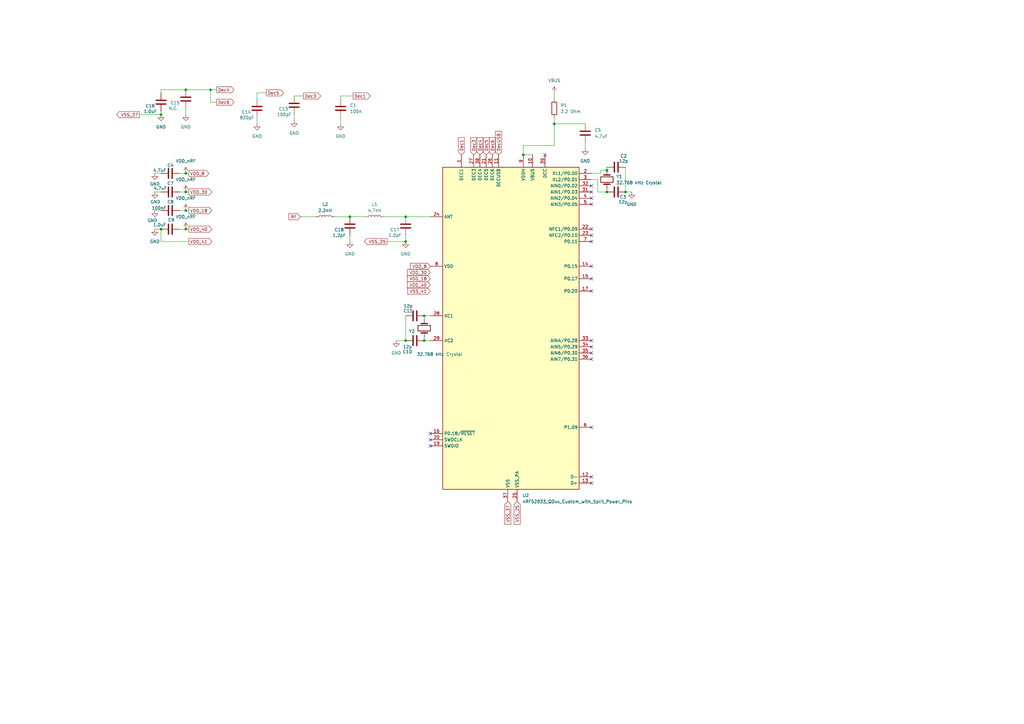
<source format=kicad_sch>
(kicad_sch (version 20250114) (generator "eeschema") (generator_version "9.0")
  (paper "A3")
  (lib_symbols
    (symbol "Capstone Library:nRF52833_QDxx_Custom_with_Split_Power_Pins"
      (property "Reference" "U" (at 0 5.08 0))
      (property "Value" "nRF52833_QDxx_Custom_with_Split_Power_Pins" (at 0 2.54 0))
      (symbol "nRF52833_QDxx_Custom_with_Split_Power_Pins_0_1"
        (rectangle (start -27.94 66.04) (end 27.94 -66.04) (stroke (width 0.254)) (fill (type background)))
      )
      (symbol "nRF52833_QDxx_Custom_with_Split_Power_Pins_1_1"
        (pin passive line (at -33.02 45.72 0) (length 5.08) (name "ANT") (number "24"))
        (pin power_in line (at -33.02 25.4 0) (length 5.08) (name "VDD") (number "8"))
        (pin passive line (at -33.02 22.86 0) (length 5.08) (hide yes) (name "VDD") (number "30"))
        (pin passive line (at -33.02 20.32 0) (length 5.08) (hide yes) (name "VDD") (number "18"))
        (pin passive line (at -33.02 17.78 0) (length 5.08) (hide yes) (name "VDD") (number "40"))
        (pin passive line (at -33.02 15.24 0) (length 5.08) (hide yes) (name "VSS") (number "41"))
        (pin input line (at -33.02 5.08 0) (length 5.08) (name "XC1") (number "28"))
        (pin input line (at -33.02 -5.08 0) (length 5.08) (name "XC2") (number "29"))
        (pin bidirectional line (at -33.02 -43.18 0) (length 5.08) (name "P0.18/~{RESET}") (number "16"))
        (pin input line (at -33.02 -45.72 0) (length 5.08) (name "SWDCLK") (number "20"))
        (pin bidirectional line (at -33.02 -48.26 0) (length 5.08) (name "SWDIO") (number "19"))
        (pin passive line (at -20.32 71.12 270) (length 5.08) (name "DEC1") (number "1"))
        (pin passive line (at -15.24 71.12 270) (length 5.08) (name "DEC3") (number "27"))
        (pin passive line (at -12.7 71.12 270) (length 5.08) (name "DEC4") (number "38"))
        (pin passive line (at -10.16 71.12 270) (length 5.08) (name "DEC5") (number "21"))
        (pin passive line (at -7.62 71.12 270) (length 5.08) (name "DEC6") (number "26"))
        (pin passive line (at -5.08 71.12 270) (length 5.08) (name "DECUSB") (number "11"))
        (pin power_in line (at -1.27 -71.12 90) (length 5.08) (name "VSS") (number "37"))
        (pin power_in line (at 2.54 -71.12 90) (length 5.08) (name "VSS_PA") (number "25"))
        (pin power_in line (at 5.08 71.12 270) (length 5.08) (name "VDDH") (number "9"))
        (pin power_in line (at 8.89 71.12 270) (length 5.08) (name "VBUS") (number "10"))
        (pin power_out line (at 13.97 71.12 270) (length 5.08) (name "DCC") (number "39"))
        (pin bidirectional line (at 33.02 63.5 180) (length 5.08) (name "XL1/P0.00") (number "2"))
        (pin bidirectional line (at 33.02 60.96 180) (length 5.08) (name "XL2/P0.01") (number "3"))
        (pin bidirectional line (at 33.02 58.42 180) (length 5.08) (name "AIN0/P0.02") (number "32"))
        (pin bidirectional line (at 33.02 55.88 180) (length 5.08) (name "AIN1/P0.03") (number "31"))
        (pin bidirectional line (at 33.02 53.34 180) (length 5.08) (name "AIN2/P0.04") (number "4"))
        (pin bidirectional line (at 33.02 50.8 180) (length 5.08) (name "AIN3/P0.05") (number "5"))
        (pin bidirectional line (at 33.02 40.64 180) (length 5.08) (name "NFC1/P0.09") (number "22"))
        (pin bidirectional line (at 33.02 38.1 180) (length 5.08) (name "NFC2/P0.10") (number "23"))
        (pin bidirectional line (at 33.02 35.56 180) (length 5.08) (name "P0.11") (number "7"))
        (pin bidirectional line (at 33.02 25.4 180) (length 5.08) (name "P0.15") (number "14"))
        (pin bidirectional line (at 33.02 20.32 180) (length 5.08) (name "P0.17") (number "15"))
        (pin bidirectional line (at 33.02 15.24 180) (length 5.08) (name "P0.20") (number "17"))
        (pin bidirectional line (at 33.02 -5.08 180) (length 5.08) (name "AIN4/P0.28") (number "33"))
        (pin bidirectional line (at 33.02 -7.62 180) (length 5.08) (name "AIN5/P0.29") (number "34"))
        (pin bidirectional line (at 33.02 -10.16 180) (length 5.08) (name "AIN6/P0.30") (number "35"))
        (pin bidirectional line (at 33.02 -12.7 180) (length 5.08) (name "AIN7/P0.31") (number "36"))
        (pin bidirectional line (at 33.02 -40.64 180) (length 5.08) (name "P1.09") (number "6"))
        (pin bidirectional line (at 33.02 -60.96 180) (length 5.08) (name "D-") (number "12"))
        (pin bidirectional line (at 33.02 -63.5 180) (length 5.08) (name "D+") (number "13"))
      )
    )
    (symbol "Device:C" (pin_numbers (hide yes)) (pin_names (offset 0.254))
      (property "Reference" "C" (at 0.635 2.54 0))
      (property "Value" "C" (at 0.635 -2.54 0))
      (symbol "C_0_1"
        (polyline (pts (xy -2.032 0.762) (xy 2.032 0.762)) (stroke (width 0.508)))
        (polyline (pts (xy -2.032 -0.762) (xy 2.032 -0.762)) (stroke (width 0.508)))
      )
      (symbol "C_1_1"
        (pin passive line (at 0 3.81 270) (length 2.794) (name "~") (number "1"))
        (pin passive line (at 0 -3.81 90) (length 2.794) (name "~") (number "2"))
      )
    )
    (symbol "Device:Crystal" (pin_numbers (hide yes)) (pin_names (offset 1.016) (hide yes))
      (property "Reference" "Y" (at 0 3.81 0))
      (property "Value" "Crystal" (at 0 -3.81 0))
      (symbol "Crystal_0_1"
        (polyline (pts (xy -2.54 0) (xy -1.905 0)))
        (polyline (pts (xy -1.905 -1.27) (xy -1.905 1.27)) (stroke (width 0.508)))
        (rectangle (start -1.143 2.54) (end 1.143 -2.54) (stroke (width 0.3048)))
        (polyline (pts (xy 1.905 -1.27) (xy 1.905 1.27)) (stroke (width 0.508)))
        (polyline (pts (xy 2.54 0) (xy 1.905 0)))
      )
      (symbol "Crystal_1_1"
        (pin passive line (at -3.81 0 0) (length 1.27) (name "1") (number "1"))
        (pin passive line (at 3.81 0 180) (length 1.27) (name "2") (number "2"))
      )
    )
    (symbol "Device:L" (pin_numbers (hide yes)) (pin_names (offset 1.016) (hide yes))
      (property "Reference" "L" (at -1.27 0 90))
      (property "Value" "L" (at 1.905 0 90))
      (symbol "L_0_1"
        (arc (start 0 2.54) (mid 0.6323 1.905) (end 0 1.27))
        (arc (start 0 1.27) (mid 0.6323 0.635) (end 0 0))
        (arc (start 0 0) (mid 0.6323 -0.635) (end 0 -1.27))
        (arc (start 0 -1.27) (mid 0.6323 -1.905) (end 0 -2.54))
      )
      (symbol "L_1_1"
        (pin passive line (at 0 3.81 270) (length 1.27) (name "1") (number "1"))
        (pin passive line (at 0 -3.81 90) (length 1.27) (name "2") (number "2"))
      )
    )
    (symbol "Device:R" (pin_numbers (hide yes)) (pin_names (offset 0))
      (property "Reference" "R" (at 2.032 0 90))
      (property "Value" "R" (at 0 0 90))
      (symbol "R_0_1"
        (rectangle (start -1.016 -2.54) (end 1.016 2.54) (stroke (width 0.254)))
      )
      (symbol "R_1_1"
        (pin passive line (at 0 3.81 270) (length 1.27) (name "~") (number "1"))
        (pin passive line (at 0 -3.81 90) (length 1.27) (name "~") (number "2"))
      )
    )
    (symbol "power:+5VP" (power) (pin_numbers (hide yes)) (pin_names (offset 0) (hide yes))
      (property "Value" "+5VP" (at 0 3.556 0))
      (symbol "+5VP_0_1"
        (polyline (pts (xy -0.762 1.27) (xy 0 2.54)))
        (polyline (pts (xy 0 2.54) (xy 0.762 1.27)))
        (polyline (pts (xy 0 0) (xy 0 2.54)))
      )
      (symbol "+5VP_1_1"
        (pin power_in line (at 0 0 90) (length 0) (name "~") (number "1"))
      )
    )
    (symbol "power:GND" (power) (pin_numbers (hide yes)) (pin_names (offset 0) (hide yes))
      (property "Value" "GND" (at 0 -3.81 0))
      (symbol "GND_0_1"
        (polyline (pts (xy 0 0) (xy 0 -1.27) (xy 1.27 -1.27) (xy 0 -2.54) (xy -1.27 -1.27) (xy 0 -1.27)))
      )
      (symbol "GND_1_1"
        (pin power_in line (at 0 0 270) (length 0) (name "~") (number "1"))
      )
    )
  )
  (junction (at 143.51 88.9))
  (junction (at 166.37 139.7))
  (junction (at 173.99 139.7))
  (junction (at 166.37 99.06))
  (junction (at 248.92 78.74))
  (junction (at 166.37 88.9))
  (junction (at 76.2 78.74))
  (junction (at 227.33 50.8))
  (junction (at 76.2 71.12))
  (junction (at 76.2 86.36))
  (junction (at 66.04 46.99))
  (junction (at 256.54 78.74))
  (junction (at 173.99 129.54))
  (junction (at 214.63 63.5))
  (junction (at 248.92 69.85))
  (junction (at 76.2 36.83))
  (junction (at 86.36 36.83))
  (junction (at 76.2 93.98))
  (junction (at 66.04 93.98))
  (no_connect (at 223.52 63.5))
  (no_connect (at 176.53 180.34))
  (no_connect (at 242.57 99.06))
  (no_connect (at 242.57 78.74))
  (no_connect (at 176.53 182.88))
  (no_connect (at 242.57 147.32))
  (no_connect (at 242.57 195.58))
  (no_connect (at 242.57 93.98))
  (no_connect (at 242.57 83.82))
  (no_connect (at 242.57 76.2))
  (no_connect (at 176.53 177.8))
  (no_connect (at 242.57 142.24))
  (no_connect (at 242.57 109.22))
  (no_connect (at 242.57 119.38))
  (no_connect (at 242.57 96.52))
  (no_connect (at 242.57 139.7))
  (no_connect (at 242.57 175.26))
  (no_connect (at 242.57 144.78))
  (no_connect (at 242.57 198.12))
  (no_connect (at 242.57 81.28))
  (no_connect (at 242.57 114.3))
  (wire (pts (xy 66.04 99.06) (xy 77.47 99.06)))
  (wire (pts (xy 139.7 39.37) (xy 139.7 40.64)))
  (wire (pts (xy 66.04 86.36) (xy 63.5 86.36)))
  (wire (pts (xy 256.54 78.74) (xy 259.08 78.74)))
  (wire (pts (xy 173.99 139.7) (xy 173.99 138.43)))
  (wire (pts (xy 66.04 71.12) (xy 63.5 71.12)))
  (wire (pts (xy 256.54 68.58) (xy 256.54 78.74)))
  (wire (pts (xy 76.2 93.98) (xy 77.47 93.98)))
  (wire (pts (xy 123.19 88.9) (xy 129.54 88.9)))
  (wire (pts (xy 66.04 38.1) (xy 66.04 36.83)))
  (wire (pts (xy 76.2 78.74) (xy 77.47 78.74)))
  (wire (pts (xy 173.99 129.54) (xy 176.53 129.54)))
  (wire (pts (xy 166.37 129.54) (xy 166.37 139.7)))
  (wire (pts (xy 66.04 93.98) (xy 66.04 99.06)))
  (wire (pts (xy 214.63 63.5) (xy 218.44 63.5)))
  (wire (pts (xy 246.38 71.12) (xy 246.38 69.85)))
  (wire (pts (xy 105.41 38.1) (xy 105.41 40.64)))
  (wire (pts (xy 76.2 78.74) (xy 73.66 78.74)))
  (wire (pts (xy 227.33 50.8) (xy 227.33 59.69)))
  (wire (pts (xy 76.2 44.45) (xy 76.2 46.99)))
  (wire (pts (xy 157.48 88.9) (xy 166.37 88.9)))
  (wire (pts (xy 143.51 99.06) (xy 143.51 96.52)))
  (wire (pts (xy 166.37 99.06) (xy 166.37 96.52)))
  (wire (pts (xy 86.36 36.83) (xy 88.9 36.83)))
  (wire (pts (xy 139.7 48.26) (xy 139.7 50.8)))
  (wire (pts (xy 76.2 86.36) (xy 77.47 86.36)))
  (wire (pts (xy 166.37 88.9) (xy 176.53 88.9)))
  (wire (pts (xy 240.03 58.42) (xy 240.03 60.96)))
  (wire (pts (xy 227.33 38.1) (xy 227.33 40.64)))
  (wire (pts (xy 139.7 39.37) (xy 144.78 39.37)))
  (wire (pts (xy 143.51 88.9) (xy 149.86 88.9)))
  (wire (pts (xy 66.04 46.99) (xy 66.04 45.72)))
  (wire (pts (xy 88.9 41.91) (xy 86.36 41.91)))
  (wire (pts (xy 242.57 73.66) (xy 245.11 73.66)))
  (wire (pts (xy 76.2 71.12) (xy 73.66 71.12)))
  (wire (pts (xy 120.65 39.37) (xy 124.46 39.37)))
  (wire (pts (xy 109.22 38.1) (xy 105.41 38.1)))
  (wire (pts (xy 105.41 48.26) (xy 105.41 50.8)))
  (wire (pts (xy 245.11 78.74) (xy 248.92 78.74)))
  (wire (pts (xy 242.57 71.12) (xy 246.38 71.12)))
  (wire (pts (xy 214.63 59.69) (xy 214.63 63.5)))
  (wire (pts (xy 66.04 36.83) (xy 76.2 36.83)))
  (wire (pts (xy 137.16 88.9) (xy 143.51 88.9)))
  (wire (pts (xy 248.92 68.58) (xy 248.92 69.85)))
  (wire (pts (xy 76.2 71.12) (xy 77.47 71.12)))
  (wire (pts (xy 173.99 139.7) (xy 176.53 139.7)))
  (wire (pts (xy 76.2 36.83) (xy 86.36 36.83)))
  (wire (pts (xy 76.2 86.36) (xy 73.66 86.36)))
  (wire (pts (xy 173.99 130.81) (xy 173.99 129.54)))
  (wire (pts (xy 73.66 93.98) (xy 76.2 93.98)))
  (wire (pts (xy 245.11 73.66) (xy 245.11 78.74)))
  (wire (pts (xy 86.36 41.91) (xy 86.36 36.83)))
  (wire (pts (xy 57.15 46.99) (xy 66.04 46.99)))
  (wire (pts (xy 66.04 78.74) (xy 63.5 78.74)))
  (wire (pts (xy 246.38 69.85) (xy 248.92 69.85)))
  (wire (pts (xy 214.63 59.69) (xy 227.33 59.69)))
  (wire (pts (xy 66.04 93.98) (xy 63.5 93.98)))
  (wire (pts (xy 158.75 99.06) (xy 166.37 99.06)))
  (wire (pts (xy 227.33 48.26) (xy 227.33 50.8)))
  (wire (pts (xy 162.56 139.7) (xy 166.37 139.7)))
  (wire (pts (xy 120.65 46.99) (xy 120.65 49.53)))
  (wire (pts (xy 248.92 77.47) (xy 248.92 78.74)))
  (wire (pts (xy 240.03 50.8) (xy 227.33 50.8)))
  (global_label "Dec6" (shape input) (at 201.93 63.5 90) (property "Intersheetrefs" "${INTERSHEET_REFS}" (effects (hide yes))))
  (global_label "Dec5" (shape output) (at 109.22 38.1 0) (property "Intersheetrefs" "${INTERSHEET_REFS}" (effects (hide yes))))
  (global_label "VDD_8" (shape input) (at 176.53 109.22 180) (property "Intersheetrefs" "${INTERSHEET_REFS}" (effects (hide yes))))
  (global_label "Dec5" (shape input) (at 199.39 63.5 90) (property "Intersheetrefs" "${INTERSHEET_REFS}" (effects (hide yes))))
  (global_label "VDD_30" (shape output) (at 77.47 78.74 0) (property "Intersheetrefs" "${INTERSHEET_REFS}" (effects (hide yes))))
  (global_label "VDD_40" (shape output) (at 77.47 93.98 0) (property "Intersheetrefs" "${INTERSHEET_REFS}" (effects (hide yes))))
  (global_label "VDD_18" (shape input) (at 176.53 114.3 180) (property "Intersheetrefs" "${INTERSHEET_REFS}" (effects (hide yes))))
  (global_label "DecUSB" (shape input) (at 204.47 63.5 90) (property "Intersheetrefs" "${INTERSHEET_REFS}" (effects (hide yes))))
  (global_label "VSS_37" (shape output) (at 57.15 46.99 180) (property "Intersheetrefs" "${INTERSHEET_REFS}" (effects (hide yes))))
  (global_label "RF" (shape input) (at 123.19 88.9 180) (property "Intersheetrefs" "${INTERSHEET_REFS}" (effects (hide yes))))
  (global_label "VDD_8" (shape output) (at 77.47 71.12 0) (property "Intersheetrefs" "${INTERSHEET_REFS}" (effects (hide yes))))
  (global_label "VSS_25" (shape input) (at 212.09 205.74 270) (property "Intersheetrefs" "${INTERSHEET_REFS}" (effects (hide yes))))
  (global_label "VDD_41" (shape output) (at 77.47 99.06 0) (property "Intersheetrefs" "${INTERSHEET_REFS}" (effects (hide yes))))
  (global_label "Dec6" (shape output) (at 88.9 41.91 0) (property "Intersheetrefs" "${INTERSHEET_REFS}" (effects (hide yes))))
  (global_label "Dec1" (shape output) (at 144.78 39.37 0) (property "Intersheetrefs" "${INTERSHEET_REFS}" (effects (hide yes))))
  (global_label "Dec3" (shape input) (at 194.31 63.5 90) (property "Intersheetrefs" "${INTERSHEET_REFS}" (effects (hide yes))))
  (global_label "VSS_25" (shape output) (at 158.75 99.06 180) (property "Intersheetrefs" "${INTERSHEET_REFS}" (effects (hide yes))))
  (global_label "VDD_18" (shape output) (at 77.47 86.36 0) (property "Intersheetrefs" "${INTERSHEET_REFS}" (effects (hide yes))))
  (global_label "Dec4" (shape output) (at 88.9 36.83 0) (property "Intersheetrefs" "${INTERSHEET_REFS}" (effects (hide yes))))
  (global_label "VSS_41" (shape input) (at 176.53 119.38 180) (property "Intersheetrefs" "${INTERSHEET_REFS}" (effects (hide yes))))
  (global_label "Dec3" (shape output) (at 124.46 39.37 0) (property "Intersheetrefs" "${INTERSHEET_REFS}" (effects (hide yes))))
  (global_label "VDD_40" (shape input) (at 176.53 116.84 180) (property "Intersheetrefs" "${INTERSHEET_REFS}" (effects (hide yes))))
  (global_label "Dec4" (shape input) (at 196.85 63.5 90) (property "Intersheetrefs" "${INTERSHEET_REFS}" (effects (hide yes))))
  (global_label "Dec1" (shape input) (at 189.23 63.5 90) (property "Intersheetrefs" "${INTERSHEET_REFS}" (effects (hide yes))))
  (global_label "VDD_30" (shape input) (at 176.53 111.76 180) (property "Intersheetrefs" "${INTERSHEET_REFS}" (effects (hide yes))))
  (global_label "VSS_37" (shape input) (at 208.28 205.74 270) (property "Intersheetrefs" "${INTERSHEET_REFS}" (effects (hide yes))))
  (symbol (lib_id "power:GND") (at 63.5 71.12 0) (unit 1)
    (property "Reference" "#PWR03" (effects (hide yes)))
    (property "Value" "GND" (at 63.5 75.438 0))
    (property "Description" "Power symbol creates a global label with name \"GND\" , ground" (effects (hide yes)))
  )
  (symbol (lib_id "Capstone Library:nRF52833_QDxx_Custom_with_Split_Power_Pins") (at 209.55 134.62 0) (unit 1)
    (property "Reference" "U2" (at 214.2333 203.2 0) (effects (justify left)))
    (property "Value" "nRF52833_QDxx_Custom_with_Split_Power_Pins" (at 214.2333 205.74 0) (effects (justify left)))
    (property "Footprint" "Package_DFN_QFN:QFN-40-1EP_5x5mm_P0.4mm_EP3.6x3.6mm" (effects (hide yes)))
    (property "Datasheet" "https://infocenter.nordicsemi.com/pdf/nRF52833_PS_v1.5.pdf" (effects (hide yes)))
    (property "Description" "Multiprotocol BLE/ANT/2.4 GHz/802.15.4 Cortex-M4F SoC, QFN-40" (effects (hide yes)))
  )
  (symbol (lib_id "power:GND") (at 120.65 49.53 0) (unit 1)
    (property "Reference" "#PWR016" (effects (hide yes)))
    (property "Value" "GND" (at 120.65 54.61 0))
    (property "Description" "Power symbol creates a global label with name \"GND\" , ground" (effects (hide yes)))
  )
  (symbol (lib_id "power:GND") (at 66.04 46.99 0) (unit 1)
    (property "Reference" "#PWR019" (effects (hide yes)))
    (property "Value" "GND" (at 66.04 52.07 0))
    (property "Description" "Power symbol creates a global label with name \"GND\" , ground" (effects (hide yes)))
  )
  (symbol (lib_id "power:GND") (at 63.5 93.98 0) (unit 1)
    (property "Reference" "#PWR012" (effects (hide yes)))
    (property "Value" "GND" (at 63.5 99.06 0))
    (property "Description" "Power symbol creates a global label with name \"GND\" , ground" (effects (hide yes)))
  )
  (symbol (lib_id "power:GND") (at 162.56 139.7 0) (unit 1)
    (property "Reference" "#PWR014" (effects (hide yes)))
    (property "Value" "GND" (at 162.56 144.78 0))
    (property "Description" "Power symbol creates a global label with name \"GND\" , ground" (effects (hide yes)))
  )
  (symbol (lib_id "power:GND") (at 240.03 60.96 0) (unit 1)
    (property "Reference" "#PWR06" (effects (hide yes)))
    (property "Value" "GND" (at 240.03 66.04 0))
    (property "Description" "Power symbol creates a global label with name \"GND\" , ground" (effects (hide yes)))
  )
  (symbol (lib_id "power:GND") (at 105.41 50.8 0) (unit 1)
    (property "Reference" "#PWR017" (effects (hide yes)))
    (property "Value" "GND" (at 105.41 55.88 0))
    (property "Description" "Power symbol creates a global label with name \"GND\" , ground" (effects (hide yes)))
  )
  (symbol (lib_id "Device:C") (at 170.18 129.54 90) (unit 1)
    (property "Reference" "C11" (at 167.386 127.508 90))
    (property "Value" "12p" (at 167.386 125.476 90))
    (property "Description" "Unpolarized capacitor" (effects (hide yes)))
  )
  (symbol (lib_id "Device:C") (at 69.85 93.98 270) (unit 1)
    (property "Reference" "C9" (at 68.834 90.17 90) (effects (justify left)))
    (property "Value" "1.0uF" (at 62.738 92.202 90) (effects (justify left)))
    (property "Description" "Unpolarized capacitor" (effects (hide yes)))
  )
  (symbol (lib_id "Device:C") (at 166.37 92.71 0) (unit 1)
    (property "Reference" "C17" (at 160.02 94.234 0) (effects (justify left)))
    (property "Value" "1.0pF" (at 159.258 96.52 0) (effects (justify left)))
    (property "Description" "Unpolarized capacitor" (effects (hide yes)))
  )
  (symbol (lib_id "Device:C") (at 76.2 40.64 0) (unit 1)
    (property "Reference" "C15" (at 69.85 42.164 0) (effects (justify left)))
    (property "Value" "N.C." (at 69.088 44.45 0) (effects (justify left)))
    (property "Description" "Unpolarized capacitor" (effects (hide yes)))
  )
  (symbol (lib_id "power:+5VP") (at 76.2 86.36 0) (unit 1)
    (property "Reference" "#PWR011" (effects (hide yes)))
    (property "Value" "VDD_nRF" (at 76.2 81.28 0))
    (property "Description" "Power symbol creates a global label with name \"+5VP\"" (effects (hide yes)))
  )
  (symbol (lib_id "Device:R") (at 227.33 44.45 0) (unit 1)
    (property "Reference" "R1" (at 229.87 43.1799 0) (effects (justify left)))
    (property "Value" "2.2 Ohm" (at 229.87 45.7199 0) (effects (justify left)))
    (property "Description" "Resistor" (effects (hide yes)))
  )
  (symbol (lib_id "Device:C") (at 120.65 43.18 0) (unit 1)
    (property "Reference" "C13" (at 114.3 44.704 0) (effects (justify left)))
    (property "Value" "100pF" (at 113.538 46.99 0) (effects (justify left)))
    (property "Description" "Unpolarized capacitor" (effects (hide yes)))
  )
  (symbol (lib_id "power:+5VP") (at 227.33 38.1 0) (unit 1)
    (property "Reference" "#PWR05" (effects (hide yes)))
    (property "Value" "VBUS" (at 227.33 33.02 0))
    (property "Description" "Power symbol creates a global label with name \"+5VP\"" (effects (hide yes)))
  )
  (symbol (lib_id "power:GND") (at 259.08 78.74 0) (unit 1)
    (property "Reference" "#PWR02" (effects (hide yes)))
    (property "Value" "GND" (at 259.08 83.82 0))
    (property "Description" "Power symbol creates a global label with name \"GND\" , ground" (effects (hide yes)))
  )
  (symbol (lib_id "Device:C") (at 66.04 41.91 0) (unit 1)
    (property "Reference" "C16" (at 59.69 43.434 0) (effects (justify left)))
    (property "Value" "1.0uF" (at 58.928 45.72 0) (effects (justify left)))
    (property "Description" "Unpolarized capacitor" (effects (hide yes)))
  )
  (symbol (lib_id "Device:C") (at 170.18 139.7 270) (unit 1)
    (property "Reference" "C10" (at 167.132 144.272 90))
    (property "Value" "12p" (at 167.132 142.24 90))
    (property "Description" "Unpolarized capacitor" (effects (hide yes)))
  )
  (symbol (lib_id "power:GND") (at 139.7 50.8 0) (unit 1)
    (property "Reference" "#PWR01" (effects (hide yes)))
    (property "Value" "GND" (at 139.7 55.88 0))
    (property "Description" "Power symbol creates a global label with name \"GND\" , ground" (effects (hide yes)))
  )
  (symbol (lib_id "Device:C") (at 105.41 44.45 0) (unit 1)
    (property "Reference" "C14" (at 99.06 45.974 0) (effects (justify left)))
    (property "Value" "820pF" (at 98.298 48.26 0) (effects (justify left)))
    (property "Description" "Unpolarized capacitor" (effects (hide yes)))
  )
  (symbol (lib_id "power:+5VP") (at 76.2 78.74 0) (unit 1)
    (property "Reference" "#PWR09" (effects (hide yes)))
    (property "Value" "VDD_nRF" (at 76.2 73.66 0))
    (property "Description" "Power symbol creates a global label with name \"+5VP\"" (effects (hide yes)))
  )
  (symbol (lib_id "Device:C") (at 252.73 78.74 270) (unit 1)
    (property "Reference" "C3" (at 255.524 80.772 90))
    (property "Value" "12p" (at 255.524 82.804 90))
    (property "Description" "Unpolarized capacitor" (effects (hide yes)))
  )
  (symbol (lib_id "Device:C") (at 240.03 54.61 0) (unit 1)
    (property "Reference" "C5" (at 243.84 53.3399 0) (effects (justify left)))
    (property "Value" "4.7uF" (at 243.84 55.8799 0) (effects (justify left)))
    (property "Description" "Unpolarized capacitor" (effects (hide yes)))
  )
  (symbol (lib_id "power:GND") (at 63.5 86.36 0) (unit 1)
    (property "Reference" "#PWR010" (effects (hide yes)))
    (property "Value" "GND" (at 62.484 90.424 0))
    (property "Description" "Power symbol creates a global label with name \"GND\" , ground" (effects (hide yes)))
  )
  (symbol (lib_id "Device:C") (at 69.85 78.74 270) (unit 1)
    (property "Reference" "C7" (at 68.58 75.184 90) (effects (justify left)))
    (property "Value" "4.7uF" (at 62.992 77.216 90) (effects (justify left)))
    (property "Description" "Unpolarized capacitor" (effects (hide yes)))
  )
  (symbol (lib_id "power:GND") (at 63.5 78.74 0) (unit 1)
    (property "Reference" "#PWR08" (effects (hide yes)))
    (property "Value" "GND" (at 63.754 82.804 0))
    (property "Description" "Power symbol creates a global label with name \"GND\" , ground" (effects (hide yes)))
  )
  (symbol (lib_id "Device:Crystal") (at 248.92 73.66 270) (unit 1)
    (property "Reference" "Y1" (at 252.73 72.3899 90) (effects (justify left)))
    (property "Value" "32.768 kHz Crystal" (at 252.73 74.9299 90) (effects (justify left)))
    (property "Description" "Two pin crystal" (effects (hide yes)))
  )
  (symbol (lib_id "power:GND") (at 143.51 99.06 0) (unit 1)
    (property "Reference" "#PWR07" (effects (hide yes)))
    (property "Value" "GND" (at 143.51 104.14 0))
    (property "Description" "Power symbol creates a global label with name \"GND\" , ground" (effects (hide yes)))
  )
  (symbol (lib_id "Device:C") (at 139.7 44.45 0) (unit 1)
    (property "Reference" "C1" (at 143.51 43.1799 0) (effects (justify left)))
    (property "Value" "100n" (at 143.51 45.7199 0) (effects (justify left)))
    (property "Description" "Unpolarized capacitor" (effects (hide yes)))
  )
  (symbol (lib_id "Device:C") (at 69.85 71.12 270) (unit 1)
    (property "Reference" "C4" (at 68.58 67.818 90) (effects (justify left)))
    (property "Value" "4.7uF" (at 62.738 69.85 90) (effects (justify left)))
    (property "Description" "Unpolarized capacitor" (effects (hide yes)))
  )
  (symbol (lib_id "power:+5VP") (at 76.2 71.12 0) (unit 1)
    (property "Reference" "#PWR04" (effects (hide yes)))
    (property "Value" "VDD_nRF" (at 76.2 66.04 0))
    (property "Description" "Power symbol creates a global label with name \"+5VP\"" (effects (hide yes)))
  )
  (symbol (lib_id "Device:L") (at 133.35 88.9 90) (unit 1)
    (property "Reference" "L2" (at 133.35 83.82 90))
    (property "Value" "2.2nH" (at 133.35 86.36 90))
    (property "Description" "Inductor" (effects (hide yes)))
  )
  (symbol (lib_id "Device:C") (at 143.51 92.71 0) (unit 1)
    (property "Reference" "C18" (at 137.16 94.234 0) (effects (justify left)))
    (property "Value" "1.2pF" (at 136.398 96.52 0) (effects (justify left)))
    (property "Description" "Unpolarized capacitor" (effects (hide yes)))
  )
  (symbol (lib_id "Device:C") (at 69.85 86.36 270) (unit 1)
    (property "Reference" "C8" (at 68.58 82.804 90) (effects (justify left)))
    (property "Value" "100nF" (at 62.23 85.344 90) (effects (justify left)))
    (property "Description" "Unpolarized capacitor" (effects (hide yes)))
  )
  (symbol (lib_id "power:GND") (at 76.2 46.99 0) (unit 1)
    (property "Reference" "#PWR018" (effects (hide yes)))
    (property "Value" "GND" (at 76.2 52.07 0))
    (property "Description" "Power symbol creates a global label with name \"GND\" , ground" (effects (hide yes)))
  )
  (symbol (lib_id "power:+5VP") (at 76.2 93.98 0) (unit 1)
    (property "Reference" "#PWR013" (effects (hide yes)))
    (property "Value" "VDD_nRF" (at 76.2 88.9 0))
    (property "Description" "Power symbol creates a global label with name \"+5VP\"" (effects (hide yes)))
  )
  (symbol (lib_id "Device:Crystal") (at 173.99 134.62 90) (unit 1)
    (property "Reference" "Y2" (at 170.18 135.8901 90) (effects (justify left)))
    (property "Value" "32.768 kHz Crystal" (at 189.738 145.288 90) (effects (justify left)))
    (property "Description" "Two pin crystal" (effects (hide yes)))
  )
  (symbol (lib_id "power:GND") (at 166.37 99.06 0) (unit 1)
    (property "Reference" "#PWR015" (effects (hide yes)))
    (property "Value" "GND" (at 166.37 104.14 0))
    (property "Description" "Power symbol creates a global label with name \"GND\" , ground" (effects (hide yes)))
  )
  (symbol (lib_id "Device:L") (at 153.67 88.9 90) (unit 1)
    (property "Reference" "L1" (at 153.67 83.82 90))
    (property "Value" "4.7nH" (at 153.67 86.36 90))
    (property "Description" "Inductor" (effects (hide yes)))
  )
  (symbol (lib_id "Device:C") (at 252.73 68.58 90) (unit 1)
    (property "Reference" "C2" (at 255.778 64.008 90))
    (property "Value" "12p" (at 255.778 66.04 90))
    (property "Description" "Unpolarized capacitor" (effects (hide yes)))
  )
)
</source>
